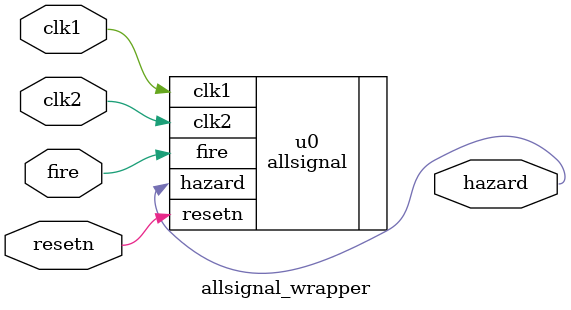
<source format=v>
module allsignal_wrapper #(
    parameter wid = 4
)(
    input wire [0:0] clk1,
    input wire [0:0] clk2,
    input wire [0:0] resetn,
    input wire [0:0] fire,
    output wire [0:0] hazard
);

    allsignal #(
        .wid(wid)
    ) u0 (
        .clk1(clk1),
        .clk2(clk2),
        .resetn(resetn),
        .fire(fire),
        .hazard(hazard)
    );

endmodule
</source>
